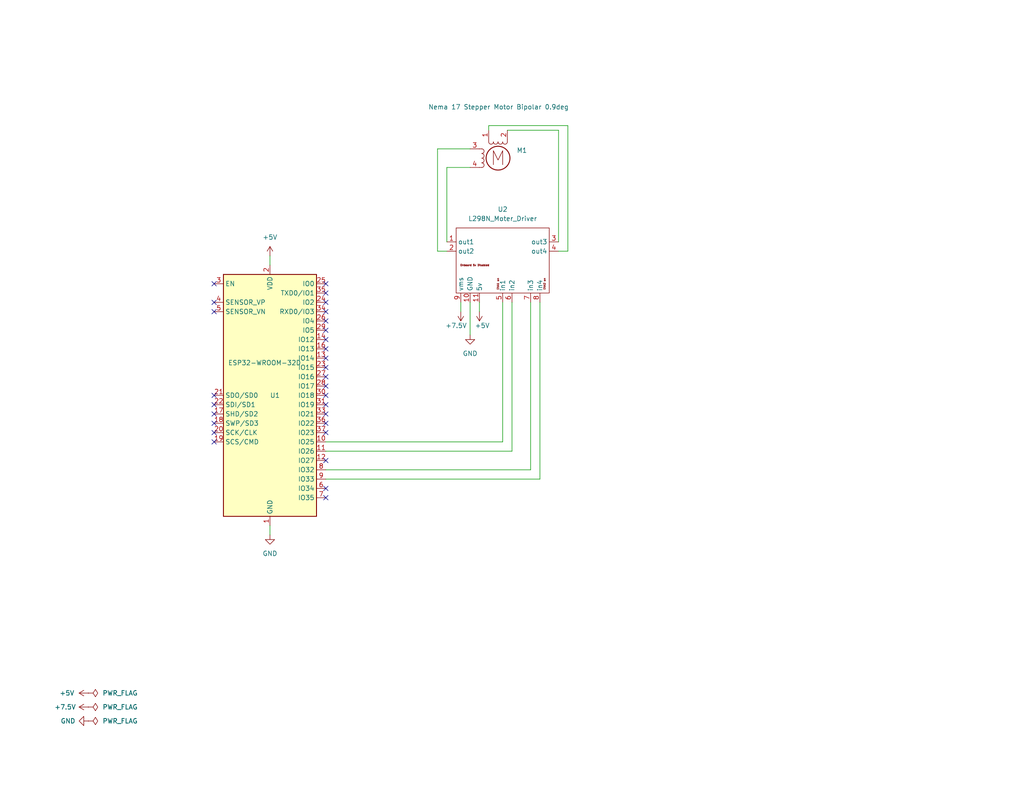
<source format=kicad_sch>
(kicad_sch (version 20211123) (generator eeschema)
  (paper "A")
  (title_block (title "Astrostepper plus OLED") (date "2022-06-25") (rev "0"))
  (lib_symbols
    (symbol "Motor:Stepper_Motor_bipolar" (pin_names (offset 0) hide)
      (property "Reference" "M" (at 3.81 2.54 0))
      (property "Value" "Stepper_Motor_bipolar" (at 3.81 1.27 0))
      (symbol "Stepper_Motor_bipolar_0_0"
        (polyline (pts (xy -1.27 -1.778) (xy -1.27 2.032) (xy 0 -0.508) (xy 1.27 2.032) (xy 1.27 -1.778)))
      )
      (symbol "Stepper_Motor_bipolar_0_1"
        (arc (start -4.445 -2.54) (mid -3.81 -1.905) (end -4.445 -1.27))
        (arc (start -4.445 -1.27) (mid -3.81 -0.635) (end -4.445 0))
        (arc (start -4.445 0) (mid -3.81 0.635) (end -4.445 1.27))
        (arc (start -4.445 1.27) (mid -3.81 1.905) (end -4.445 2.54))
        (arc (start -2.54 4.445) (mid -1.905 3.81) (end -1.27 4.445))
        (arc (start -1.27 4.445) (mid -0.635 3.81) (end 0 4.445))
        (polyline (pts (xy -5.08 -2.54) (xy -4.445 -2.54)))
        (polyline (pts (xy -5.08 2.54) (xy -4.445 2.54)))
        (polyline (pts (xy -2.54 5.08) (xy -2.54 4.445)))
        (polyline (pts (xy 2.54 5.08) (xy 2.54 4.445)))
        (circle (center 0 0) (radius 3.2512) (stroke (width 0.254)))
        (arc (start 0 4.445) (mid 0.635 3.81) (end 1.27 4.445))
        (arc (start 1.27 4.445) (mid 1.905 3.81) (end 2.54 4.445))
      )
      (symbol "Stepper_Motor_bipolar_1_1"
        (pin passive line (at -2.54 7.62 270) (length 2.54) (name "~") (number "1"))
        (pin passive line (at 2.54 7.62 270) (length 2.54) (name "-") (number "2"))
        (pin passive line (at -7.62 2.54 0) (length 2.54) (name "~") (number "3"))
        (pin passive line (at -7.62 -2.54 0) (length 2.54) (name "~") (number "4"))
      )
    )
    (symbol "RF_Module:ESP32-WROOM-32D"
      (property "Reference" "U" (at -12.7 34.29 0))
      (property "Value" "ESP32-WROOM-32D" (at 1.27 34.29 0))
      (symbol "ESP32-WROOM-32D_0_1"
        (rectangle (start -12.7 33.02) (end 12.7 -33.02) (stroke (width 0.254)) (fill (type background)))
      )
      (symbol "ESP32-WROOM-32D_1_1"
        (pin power_in line (at 0 -35.56 90) (length 2.54) (name "GND") (number "1"))
        (pin bidirectional line (at 15.24 -12.7 180) (length 2.54) (name "IO25") (number "10"))
        (pin bidirectional line (at 15.24 -15.24 180) (length 2.54) (name "IO26") (number "11"))
        (pin bidirectional line (at 15.24 -17.78 180) (length 2.54) (name "IO27") (number "12"))
        (pin bidirectional line (at 15.24 10.16 180) (length 2.54) (name "IO14") (number "13"))
        (pin bidirectional line (at 15.24 15.24 180) (length 2.54) (name "IO12") (number "14"))
        (pin passive line (at 0 -35.56 90) (length 2.54) hide (name "GND") (number "15"))
        (pin bidirectional line (at 15.24 12.7 180) (length 2.54) (name "IO13") (number "16"))
        (pin bidirectional line (at -15.24 -5.08 0) (length 2.54) (name "SHD/SD2") (number "17"))
        (pin bidirectional line (at -15.24 -7.62 0) (length 2.54) (name "SWP/SD3") (number "18"))
        (pin bidirectional line (at -15.24 -12.7 0) (length 2.54) (name "SCS/CMD") (number "19"))
        (pin power_in line (at 0 35.56 270) (length 2.54) (name "VDD") (number "2"))
        (pin bidirectional line (at -15.24 -10.16 0) (length 2.54) (name "SCK/CLK") (number "20"))
        (pin bidirectional line (at -15.24 0 0) (length 2.54) (name "SDO/SD0") (number "21"))
        (pin bidirectional line (at -15.24 -2.54 0) (length 2.54) (name "SDI/SD1") (number "22"))
        (pin bidirectional line (at 15.24 7.62 180) (length 2.54) (name "IO15") (number "23"))
        (pin bidirectional line (at 15.24 25.4 180) (length 2.54) (name "IO2") (number "24"))
        (pin bidirectional line (at 15.24 30.48 180) (length 2.54) (name "IO0") (number "25"))
        (pin bidirectional line (at 15.24 20.32 180) (length 2.54) (name "IO4") (number "26"))
        (pin bidirectional line (at 15.24 5.08 180) (length 2.54) (name "IO16") (number "27"))
        (pin bidirectional line (at 15.24 2.54 180) (length 2.54) (name "IO17") (number "28"))
        (pin bidirectional line (at 15.24 17.78 180) (length 2.54) (name "IO5") (number "29"))
        (pin input line (at -15.24 30.48 0) (length 2.54) (name "EN") (number "3"))
        (pin bidirectional line (at 15.24 0 180) (length 2.54) (name "IO18") (number "30"))
        (pin bidirectional line (at 15.24 -2.54 180) (length 2.54) (name "IO19") (number "31"))
        (pin no_connect line (at -12.7 -27.94 0) (length 2.54) hide (name "NC") (number "32"))
        (pin bidirectional line (at 15.24 -5.08 180) (length 2.54) (name "IO21") (number "33"))
        (pin bidirectional line (at 15.24 22.86 180) (length 2.54) (name "RXD0/IO3") (number "34"))
        (pin bidirectional line (at 15.24 27.94 180) (length 2.54) (name "TXD0/IO1") (number "35"))
        (pin bidirectional line (at 15.24 -7.62 180) (length 2.54) (name "IO22") (number "36"))
        (pin bidirectional line (at 15.24 -10.16 180) (length 2.54) (name "IO23") (number "37"))
        (pin passive line (at 0 -35.56 90) (length 2.54) hide (name "GND") (number "38"))
        (pin passive line (at 0 -35.56 90) (length 2.54) hide (name "GND") (number "39"))
        (pin input line (at -15.24 25.4 0) (length 2.54) (name "SENSOR_VP") (number "4"))
        (pin input line (at -15.24 22.86 0) (length 2.54) (name "SENSOR_VN") (number "5"))
        (pin input line (at 15.24 -25.4 180) (length 2.54) (name "IO34") (number "6"))
        (pin input line (at 15.24 -27.94 180) (length 2.54) (name "IO35") (number "7"))
        (pin bidirectional line (at 15.24 -20.32 180) (length 2.54) (name "IO32") (number "8"))
        (pin bidirectional line (at 15.24 -22.86 180) (length 2.54) (name "IO33") (number "9"))
      )
    )
    (symbol "power:+5V" (power) (pin_names (offset 0))
      (property "Value" "+5V" (at 0 3.556 0))
      (symbol "+5V_0_1"
        (polyline (pts (xy -0.762 1.27) (xy 0 2.54)))
        (polyline (pts (xy 0 0) (xy 0 2.54)))
        (polyline (pts (xy 0 2.54) (xy 0.762 1.27)))
      )
      (symbol "+5V_1_1"
        (pin power_in line (at 0 0 90) (length 0) hide (name "+5V") (number "1"))
      )
    )
    (symbol "power:+7.5V" (power) (pin_names (offset 0))
      (property "Value" "+7.5V" (at 0 3.556 0))
      (symbol "+7.5V_0_1"
        (polyline (pts (xy -0.762 1.27) (xy 0 2.54)))
        (polyline (pts (xy 0 0) (xy 0 2.54)))
        (polyline (pts (xy 0 2.54) (xy 0.762 1.27)))
      )
      (symbol "+7.5V_1_1"
        (pin power_in line (at 0 0 90) (length 0) hide (name "+7.5V") (number "1"))
      )
    )
    (symbol "power:GND" (power) (pin_names (offset 0))
      (property "Value" "GND" (at 0 -3.81 0))
      (symbol "GND_0_1"
        (polyline (pts (xy 0 0) (xy 0 -1.27) (xy 1.27 -1.27) (xy 0 -2.54) (xy -1.27 -1.27) (xy 0 -1.27)))
      )
      (symbol "GND_1_1"
        (pin power_in line (at 0 0 270) (length 0) hide (name "GND") (number "1"))
      )
    )
    (symbol "power:PWR_FLAG" (power) (pin_numbers hide) (pin_names (offset 0) hide)
      (property "Value" "PWR_FLAG" (at 0 3.81 0))
      (symbol "PWR_FLAG_0_0"
        (pin power_out line (at 0 0 90) (length 0) (name "pwr") (number "1"))
      )
      (symbol "PWR_FLAG_0_1"
        (polyline (pts (xy 0 0) (xy 0 1.27) (xy -1.016 1.905) (xy 0 2.54) (xy 1.016 1.905) (xy 0 1.27)))
      )
    )
    (symbol "projSymbolLib:L298N_Moter_Driver"
      (property "Reference" "U" (at 0 0 0))
      (property "Value" "L298N_Moter_Driver" (at 0 6.35 0))
      (symbol "L298N_Moter_Driver_0_0"
        (text "ENA1 on" (at -1.27 -7.62 900) (effects (font (size 0.5 0.5))))
        (text "ENA2 on" (at 11.43 -7.62 900) (effects (font (size 0.5 0.5))))
        (text "Onboard 5v Disabled" (at -7.62 -2.54 0) (effects (font (size 0.5 0.5))))
      )
      (symbol "L298N_Moter_Driver_0_1"
        (rectangle (start -12.7 7.62) (end 12.7 -10.16))
      )
      (symbol "L298N_Moter_Driver_1_1"
        (pin input line (at -15.24 3.81 0) (length 2.54) (name "out1") (number "1"))
        (pin passive line (at -8.89 -12.7 90) (length 2.54) (name "GND") (number "10"))
        (pin passive line (at -6.35 -12.7 90) (length 2.54) (name "5v") (number "11"))
        (pin output line (at -15.24 1.27 0) (length 2.54) (name "out2") (number "2"))
        (pin output line (at 15.24 3.81 180) (length 2.54) (name "out3") (number "3"))
        (pin output line (at 15.24 1.27 180) (length 2.54) (name "out4") (number "4"))
        (pin input line (at 0 -12.7 90) (length 2.54) (name "in1") (number "5"))
        (pin input line (at 2.54 -12.7 90) (length 2.54) (name "in2") (number "6"))
        (pin input line (at 7.62 -12.7 90) (length 2.54) (name "in3") (number "7"))
        (pin input line (at 10.16 -12.7 90) (length 2.54) (name "in4") (number "8"))
        (pin passive line (at -11.43 -12.7 90) (length 2.54) (name "vms") (number "9"))
      )
    )
  )
  (no_connect (at 88.9 110.49))
  (no_connect (at 88.9 118.11))
  (no_connect (at 88.9 115.57))
  (no_connect (at 88.9 113.03))
  (no_connect (at 88.9 125.73))
  (no_connect (at 88.9 97.79))
  (no_connect (at 88.9 100.33))
  (no_connect (at 88.9 107.95))
  (no_connect (at 88.9 105.41))
  (no_connect (at 88.9 102.87))
  (no_connect (at 88.9 135.89))
  (no_connect (at 88.9 133.35))
  (no_connect (at 88.9 85.09))
  (no_connect (at 88.9 87.63))
  (no_connect (at 88.9 90.17))
  (no_connect (at 88.9 92.71))
  (no_connect (at 88.9 95.25))
  (no_connect (at 88.9 80.01))
  (no_connect (at 88.9 82.55))
  (no_connect (at 88.9 77.47))
  (no_connect (at 58.42 107.95))
  (no_connect (at 58.42 85.09))
  (no_connect (at 58.42 82.55))
  (no_connect (at 58.42 77.47))
  (no_connect (at 58.42 120.65))
  (no_connect (at 58.42 118.11))
  (no_connect (at 58.42 115.57))
  (no_connect (at 58.42 113.03))
  (no_connect (at 58.42 110.49))
  (wire (pts (xy 128.27 82.55) (xy 128.27 91.44)))
  (wire (pts (xy 152.4 66.04) (xy 152.4 35.56)))
  (wire (pts (xy 88.9 128.27) (xy 144.78 128.27)))
  (wire (pts (xy 121.92 45.72) (xy 128.27 45.72)))
  (wire (pts (xy 121.92 66.04) (xy 121.92 45.72)))
  (wire (pts (xy 137.16 120.65) (xy 137.16 82.55)))
  (wire (pts (xy 73.66 69.85) (xy 73.66 72.39)))
  (wire (pts (xy 88.9 120.65) (xy 137.16 120.65)))
  (wire (pts (xy 125.73 82.55) (xy 125.73 85.09)))
  (wire (pts (xy 154.94 34.29) (xy 133.35 34.29)))
  (wire (pts (xy 73.66 143.51) (xy 73.66 146.05)))
  (wire (pts (xy 139.7 123.19) (xy 139.7 82.55)))
  (wire (pts (xy 144.78 128.27) (xy 144.78 82.55)))
  (wire (pts (xy 147.32 130.81) (xy 147.32 82.55)))
  (wire (pts (xy 121.92 68.58) (xy 119.38 68.58)))
  (wire (pts (xy 119.38 68.58) (xy 119.38 40.64)))
  (wire (pts (xy 154.94 68.58) (xy 154.94 34.29)))
  (wire (pts (xy 133.35 34.29) (xy 133.35 35.56)))
  (wire (pts (xy 88.9 123.19) (xy 139.7 123.19)))
  (wire (pts (xy 119.38 40.64) (xy 128.27 40.64)))
  (wire (pts (xy 88.9 130.81) (xy 147.32 130.81)))
  (wire (pts (xy 152.4 68.58) (xy 154.94 68.58)))
  (wire (pts (xy 130.81 82.55) (xy 130.81 85.09)))
  (wire (pts (xy 152.4 35.56) (xy 138.43 35.56)))
  (symbol (lib_id "power:GND") (at 73.66 146.05 0) (unit 1)
    (property "Reference" "#PWR05" (effects hide))
    (property "Value" "GND" (at 73.66 151.13 0))
  )
  (symbol (lib_id "power:+7.5V") (at 24.13 193.04 90) (unit 1)
    (property "Reference" "#PWR02" (effects hide))
    (property "Value" "+7.5V" (at 17.78 193.04 90))
  )
  (symbol (lib_id "Motor:Stepper_Motor_bipolar") (at 135.89 43.18 0) (unit 1)
    (property "Reference" "M1" (at 140.97 41.059 0) (effects (justify left)))
    (property "Value" "Nema 17 Stepper Motor Bipolar 0.9deg" (at 116.84 29.21 0) (effects (justify left)))
    (property "Datasheet" "https://m.media-amazon.com/images/I/91YX52MvwaL.pdf" (effects hide))
    (property "Notes" "STEPPERONLINE 0.9deg Nema 17 Stepper Motor Bipolar 0.9A 36Ncm/50oz.in 42x42x39mm 4-wires DIY  17HM15-0904S OSM 20161018" (effects hide))
  )
  (symbol (lib_id "power:+5V") (at 73.66 69.85 0) (unit 1)
    (property "Reference" "#PWR0102" (effects hide))
    (property "Value" "+5V" (at 73.66 64.77 0))
  )
  (symbol (lib_id "power:+5V") (at 130.81 85.09 180) (unit 1)
    (property "Reference" "#PWR0103" (effects hide))
    (property "Value" "+5V" (at 129.54 88.9 0) (effects (justify right)))
  )
  (symbol (lib_id "power:PWR_FLAG") (at 24.13 189.23 270) (unit 1)
    (property "Reference" "#FLG0101" (effects hide))
    (property "Value" "PWR_FLAG" (at 27.94 189.2299 90) (effects (justify left)))
  )
  (symbol (lib_id "power:PWR_FLAG") (at 24.13 196.85 270) (unit 1)
    (property "Reference" "#FLG03" (effects hide))
    (property "Value" "PWR_FLAG" (at 27.94 196.8499 90) (effects (justify left)))
  )
  (symbol (lib_id "power:PWR_FLAG") (at 24.13 193.04 270) (unit 1)
    (property "Reference" "#FLG02" (effects hide))
    (property "Value" "PWR_FLAG" (at 27.94 193.0399 90) (effects (justify left)))
  )
  (symbol (lib_id "power:GND") (at 128.27 91.44 0) (unit 1)
    (property "Reference" "#PWR07" (effects hide))
    (property "Value" "GND" (at 128.27 96.52 0))
  )
  (symbol (lib_id "power:+5V") (at 24.13 189.23 90) (unit 1)
    (property "Reference" "#PWR0101" (effects hide))
    (property "Value" "+5V" (at 20.32 189.2299 90) (effects (justify left)))
  )
  (symbol (lib_id "projSymbolLib:L298N_Moter_Driver") (at 137.16 69.85 0) (unit 1)
    (property "Reference" "U2" (at 137.16 57.15 0))
    (property "Value" "L298N_Moter_Driver" (at 137.16 59.69 0))
  )
  (symbol (lib_id "power:+7.5V") (at 125.73 85.09 180) (unit 1)
    (property "Reference" "#PWR06" (effects hide))
    (property "Value" "+7.5V" (at 124.46 88.9 0))
  )
  (symbol (lib_id "RF_Module:ESP32-WROOM-32D") (at 73.66 107.95 0) (unit 1)
    (property "Reference" "U1" (at 73.66 107.95 0) (effects (justify left)))
    (property "Value" "ESP32-WROOM-32D" (at 62.23 99.06 0) (effects (justify left)))
    (property "Footprint" "RF_Module:ESP32-WROOM-32" (effects hide))
    (property "Datasheet" "https://www.espressif.com/sites/default/files/documentation/esp32-wroom-32d_esp32-wroom-32u_datasheet_en.pdf" (effects hide))
  )
  (symbol (lib_id "power:GND") (at 24.13 196.85 270) (unit 1)
    (property "Reference" "#PWR03" (effects hide))
    (property "Value" "GND" (at 16.51 196.85 90) (effects (justify left)))
  )
)
</source>
